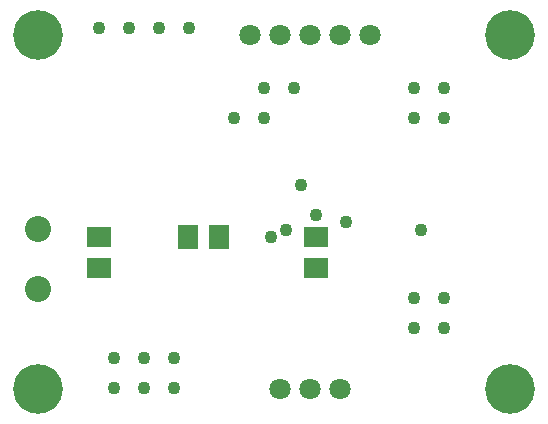
<source format=gbs>
G04 Layer_Color=16711935*
%FSLAX24Y24*%
%MOIN*%
G70*
G01*
G75*
%ADD26R,0.0671X0.0789*%
%ADD29C,0.0867*%
%ADD30C,0.0710*%
%ADD31C,0.0434*%
%ADD32C,0.1655*%
%ADD33R,0.0789X0.0671*%
D26*
X8012Y7031D02*
D03*
X6988D02*
D03*
D29*
X1969Y5299D02*
D03*
Y7299D02*
D03*
D30*
X9024Y13780D02*
D03*
X11024D02*
D03*
X12024D02*
D03*
X13024D02*
D03*
X10024D02*
D03*
X12024Y1969D02*
D03*
X11024D02*
D03*
X10024D02*
D03*
D31*
X9750Y7031D02*
D03*
X10250Y7282D02*
D03*
X14750D02*
D03*
X12250Y7531D02*
D03*
X11250Y7782D02*
D03*
X10750Y8781D02*
D03*
X14500Y12000D02*
D03*
X15500D02*
D03*
Y11000D02*
D03*
X4500Y2000D02*
D03*
X5500D02*
D03*
X6500D02*
D03*
X4500Y3000D02*
D03*
X5500D02*
D03*
X6500D02*
D03*
X14500Y4000D02*
D03*
X15500D02*
D03*
Y5000D02*
D03*
X14500D02*
D03*
Y11000D02*
D03*
X8500D02*
D03*
X9500D02*
D03*
Y12000D02*
D03*
X10500D02*
D03*
X4000Y14000D02*
D03*
X5000D02*
D03*
X6000D02*
D03*
X7000D02*
D03*
D32*
X1969Y1969D02*
D03*
Y13780D02*
D03*
X17717D02*
D03*
Y1969D02*
D03*
D33*
X4000Y7031D02*
D03*
Y6008D02*
D03*
X11250Y7043D02*
D03*
Y6020D02*
D03*
M02*

</source>
